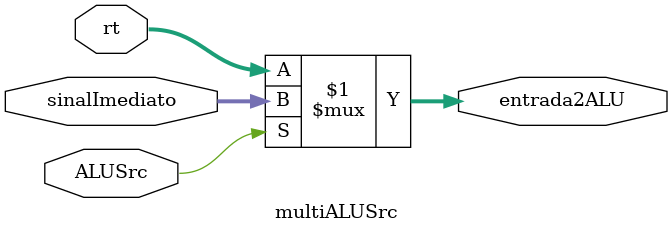
<source format=v>
module multiALUSrc (rt, sinalImediato, ALUSrc, entrada2ALU);
    input [31:0] rt, sinalImediato;
    input ALUSrc;
    output [31:0] entrada2ALU;

    assign entrada2ALU = ALUSrc ? sinalImediato : rt;
endmodule
</source>
